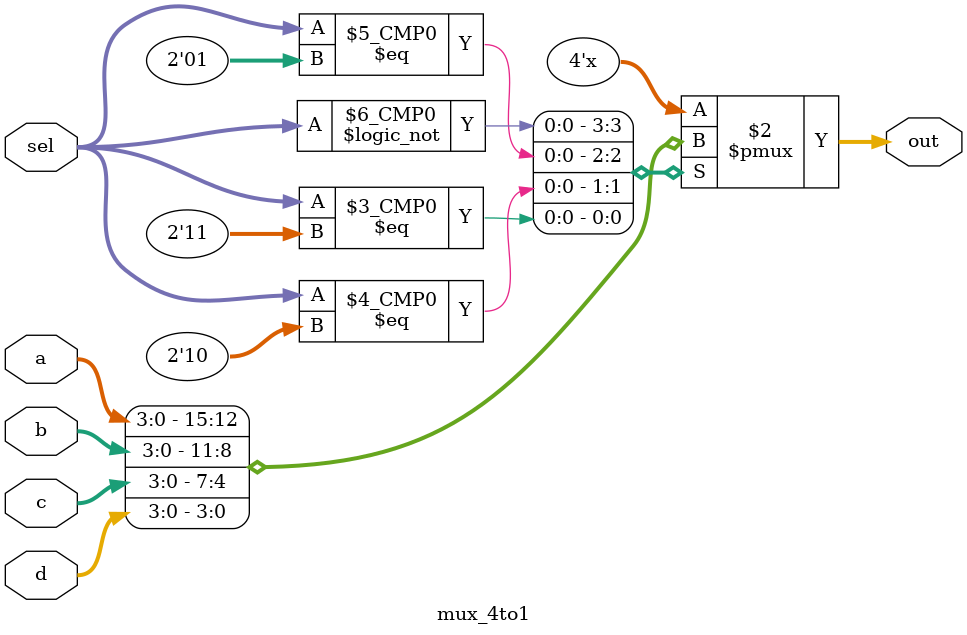
<source format=v>
module mux_4to1( input [3:0] a,                 // 4-bit input called a  
                     input [3:0] b,                 // 4-bit input called b  
                     input [3:0] c,                 // 4-bit input called c  
                     input [3:0] d,                 // 4-bit input called d  
                     input [1:0] sel,               // input sel used to select between a,b,c,d  
                     output reg [3:0] out);         // 4-bit output based on input sel  
      
       // This always block gets executed whenever a/b/c/d/sel changes value  
       // When it happens, output is assigned to either a/b/c/d  
always @ (a or b or c or d or sel) begin  
    case (sel)  
        2'b00 : out <= a;  
        2'b01 : out <= b;  
        2'b10 : out <= c;  
        2'b11 : out <= d;  
    endcase  
end  
endmodule  
</source>
